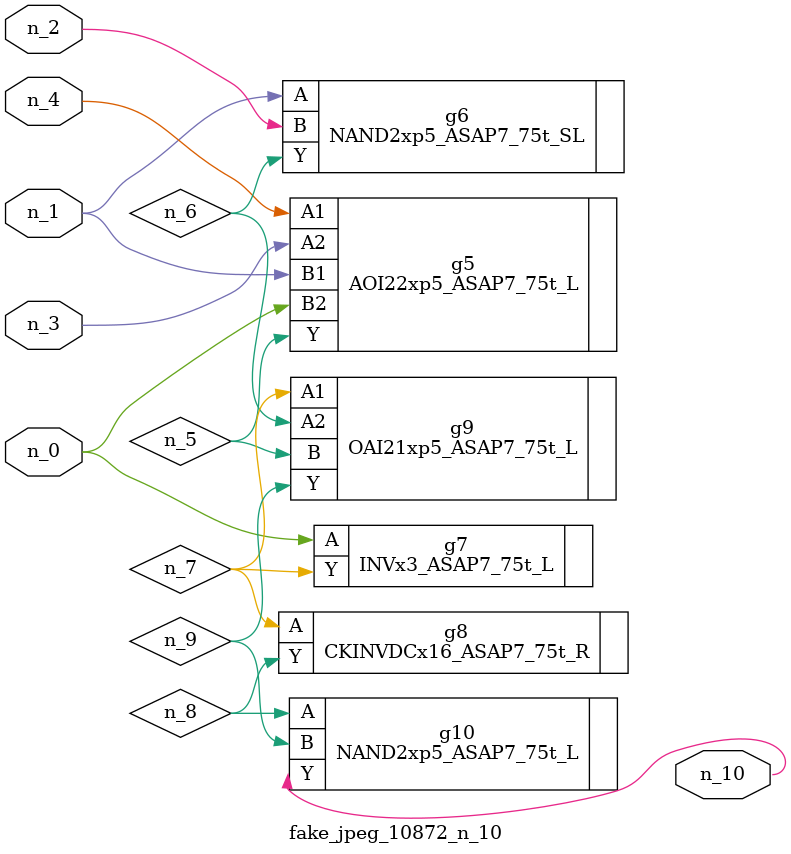
<source format=v>
module fake_jpeg_10872_n_10 (n_3, n_2, n_1, n_0, n_4, n_10);

input n_3;
input n_2;
input n_1;
input n_0;
input n_4;

output n_10;

wire n_8;
wire n_9;
wire n_6;
wire n_5;
wire n_7;

AOI22xp5_ASAP7_75t_L g5 ( 
.A1(n_4),
.A2(n_3),
.B1(n_1),
.B2(n_0),
.Y(n_5)
);

NAND2xp5_ASAP7_75t_SL g6 ( 
.A(n_1),
.B(n_2),
.Y(n_6)
);

INVx3_ASAP7_75t_L g7 ( 
.A(n_0),
.Y(n_7)
);

CKINVDCx16_ASAP7_75t_R g8 ( 
.A(n_7),
.Y(n_8)
);

NAND2xp5_ASAP7_75t_L g10 ( 
.A(n_8),
.B(n_9),
.Y(n_10)
);

OAI21xp5_ASAP7_75t_L g9 ( 
.A1(n_7),
.A2(n_6),
.B(n_5),
.Y(n_9)
);


endmodule
</source>
